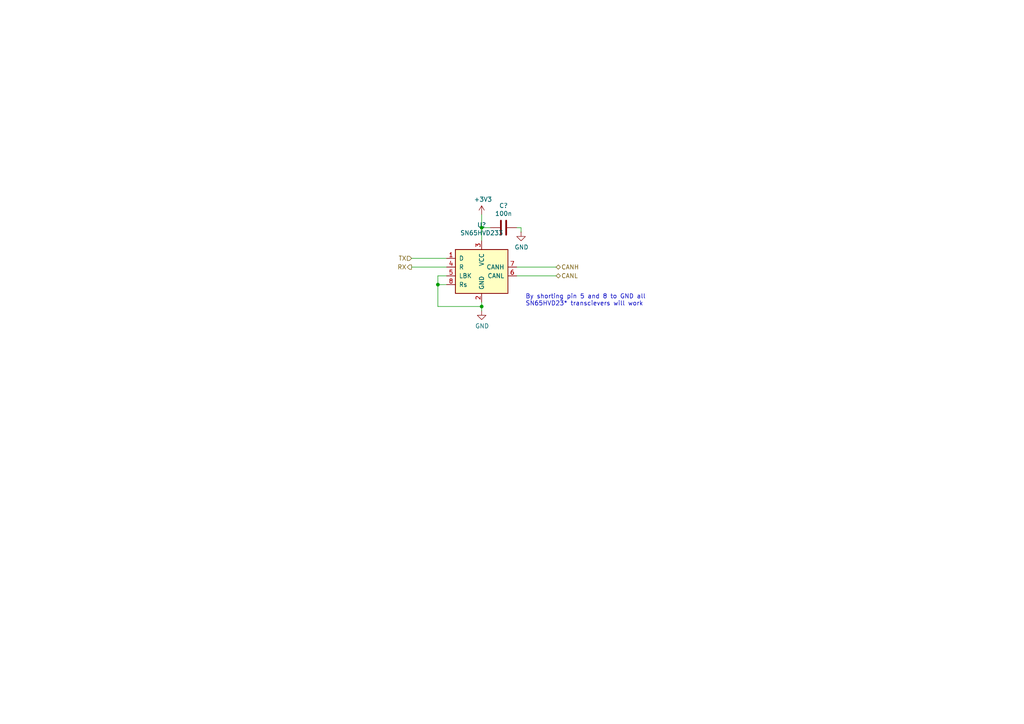
<source format=kicad_sch>
(kicad_sch (version 20250114) (generator "eeschema") (generator_version "9.0")
  (paper "A4")
  (title_block (title "Schematic Blocks") (date "2019-12-05") (rev "1.1") (company "KTH Formula Student") (comment 1 " - ") (comment 2 "Emil Nordahl") (comment 3 "emil.nordahl@kthformulastudent.se") (comment 4 "Top page"))
  (lib_symbols
    (symbol "Device:C" (pin_numbers (hide yes)) (pin_names (offset 0.254))
      (property "Reference" "C" (at 0.635 2.54 0))
      (property "Value" "C" (at 0.635 -2.54 0))
      (symbol "C_0_1"
        (polyline (pts (xy -2.032 0.762) (xy 2.032 0.762)) (stroke (width 0.508)))
        (polyline (pts (xy -2.032 -0.762) (xy 2.032 -0.762)) (stroke (width 0.508)))
      )
      (symbol "C_1_1"
        (pin passive line (at 0 3.81 270) (length 2.794) (name "~") (number "1"))
        (pin passive line (at 0 -3.81 90) (length 2.794) (name "~") (number "2"))
      )
    )
    (symbol "Interface_CAN_LIN:SN65HVD233" (pin_names (offset 1.016))
      (property "Reference" "U" (at -2.54 10.16 0))
      (property "Value" "SN65HVD233" (at -2.54 7.62 0))
      (symbol "SN65HVD233_0_1"
        (rectangle (start -7.62 5.08) (end 7.62 -7.62) (stroke (width 0.254)) (fill (type background)))
      )
      (symbol "SN65HVD233_1_1"
        (pin input line (at -10.16 2.54 0) (length 2.54) (name "D") (number "1"))
        (pin output line (at -10.16 0 0) (length 2.54) (name "R") (number "4"))
        (pin input line (at -10.16 -2.54 0) (length 2.54) (name "LBK") (number "5"))
        (pin input line (at -10.16 -5.08 0) (length 2.54) (name "Rs") (number "8"))
        (pin power_in line (at 0 7.62 270) (length 2.54) (name "VCC") (number "3"))
        (pin power_in line (at 0 -10.16 90) (length 2.54) (name "GND") (number "2"))
        (pin bidirectional line (at 10.16 0 180) (length 2.54) (name "CANH") (number "7"))
        (pin bidirectional line (at 10.16 -2.54 180) (length 2.54) (name "CANL") (number "6"))
      )
    )
    (symbol "blocks-rescue:+3.3V-power" (power) (pin_names (offset 0))
      (property "Value" "+3.3V-power" (at 0 3.556 0))
      (symbol "+3.3V-power_0_1"
        (polyline (pts (xy -0.762 1.27) (xy 0 2.54)))
        (polyline (pts (xy 0 2.54) (xy 0.762 1.27)))
        (polyline (pts (xy 0 0) (xy 0 2.54)))
      )
      (symbol "+3.3V-power_1_1"
        (pin power_in line (at 0 0 90) (length 0) (hide yes) (name "+3V3") (number "1"))
      )
    )
    (symbol "power:GND" (power) (pin_numbers (hide yes)) (pin_names (offset 0) (hide yes))
      (property "Value" "GND" (at 0 -3.81 0))
      (symbol "GND_0_1"
        (polyline (pts (xy 0 0) (xy 0 -1.27) (xy 1.27 -1.27) (xy 0 -2.54) (xy -1.27 -1.27) (xy 0 -1.27)))
      )
      (symbol "GND_1_1"
        (pin power_in line (at 0 0 270) (length 0) (name "~") (number "1"))
      )
    )
  )
  (text "By shorting pin 5 and 8 to GND all\nSN65HVD23* transcievers will work" (at 152.4 88.9 0) (effects (font (size 1.27 1.27)) (justify left bottom)))
  (junction (at 127 82.55))
  (junction (at 139.7 66.04))
  (junction (at 139.7 88.9))
  (wire (pts (xy 161.29 80.01) (xy 149.86 80.01)))
  (wire (pts (xy 127 80.01) (xy 127 82.55)))
  (wire (pts (xy 129.54 80.01) (xy 127 80.01)))
  (wire (pts (xy 119.38 74.93) (xy 129.54 74.93)))
  (wire (pts (xy 127 82.55) (xy 127 88.9)))
  (wire (pts (xy 142.24 66.04) (xy 139.7 66.04)))
  (wire (pts (xy 151.13 66.04) (xy 149.86 66.04)))
  (wire (pts (xy 149.86 77.47) (xy 161.29 77.47)))
  (wire (pts (xy 139.7 66.04) (xy 139.7 62.23)))
  (wire (pts (xy 139.7 69.85) (xy 139.7 66.04)))
  (wire (pts (xy 127 88.9) (xy 139.7 88.9)))
  (wire (pts (xy 129.54 77.47) (xy 119.38 77.47)))
  (wire (pts (xy 129.54 82.55) (xy 127 82.55)))
  (wire (pts (xy 139.7 88.9) (xy 139.7 87.63)))
  (wire (pts (xy 139.7 90.17) (xy 139.7 88.9)))
  (wire (pts (xy 151.13 67.31) (xy 151.13 66.04)))
  (hierarchical_label "TX" (shape input) (at 119.38 74.93 180))
  (hierarchical_label "RX" (shape output) (at 119.38 77.47 180))
  (hierarchical_label "CANL" (shape bidirectional) (at 161.29 80.01 0))
  (hierarchical_label "CANH" (shape bidirectional) (at 161.29 77.47 0))
  (symbol (lib_id "blocks-rescue:+3.3V-power") (at 139.7 62.23 0) (unit 1)
    (property "Reference" "#PWR?" (effects (hide yes)))
    (property "Value" "+3V3" (at 140.081 57.8358 0))
  )
  (symbol (lib_id "power:GND") (at 139.7 90.17 0) (unit 1)
    (property "Reference" "#PWR?" (effects (hide yes)))
    (property "Value" "GND" (at 139.827 94.5642 0))
    (property "Description" "Power symbol creates a global label with name \"GND\" , ground" (effects (hide yes)))
  )
  (symbol (lib_id "Device:C") (at 146.05 66.04 270) (unit 1)
    (property "Reference" "C?" (at 146.05 59.6392 90))
    (property "Value" "100n" (at 146.05 61.9506 90))
  )
  (symbol (lib_id "power:GND") (at 151.13 67.31 0) (unit 1)
    (property "Reference" "#PWR?" (effects (hide yes)))
    (property "Value" "GND" (at 151.257 71.7042 0))
    (property "Description" "Power symbol creates a global label with name \"GND\" , ground" (effects (hide yes)))
  )
  (symbol (lib_id "Interface_CAN_LIN:SN65HVD233") (at 139.7 77.47 0) (unit 1)
    (property "Reference" "U?" (at 139.7 65.2526 0))
    (property "Value" "SN65HVD233" (at 139.7 67.564 0))
    (property "Footprint" "Package_SO:SOIC-8_3.9x4.9mm_P1.27mm" (effects (hide yes)))
    (property "Datasheet" "http://www.ti.com/lit/ds/symlink/sn65hvd234.pdf" (effects (hide yes)))
  )
)
</source>
